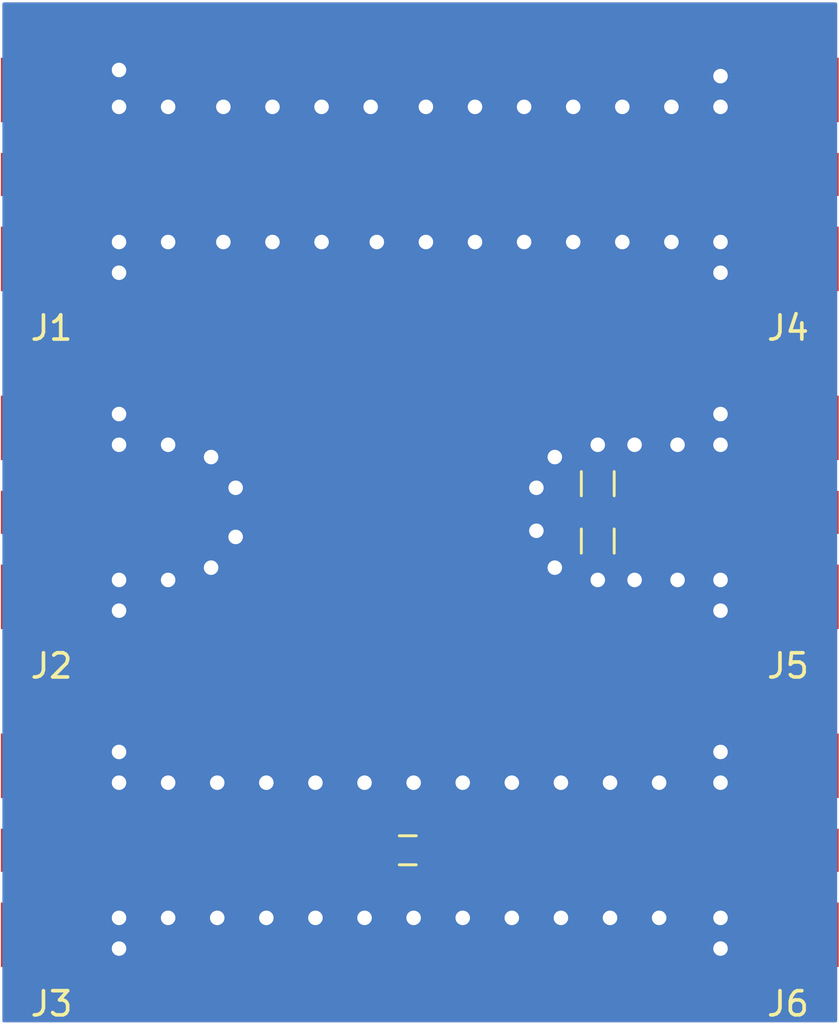
<source format=kicad_pcb>
(kicad_pcb (version 4) (host pcbnew 4.0.7)

  (general
    (links 102)
    (no_connects 0)
    (area 157.725 79.147999 192.845 121.979)
    (thickness 1.6)
    (drawings 5)
    (tracks 7)
    (zones 0)
    (modules 93)
    (nets 6)
  )

  (page A4)
  (layers
    (0 F.Cu signal)
    (31 B.Cu signal)
    (32 B.Adhes user)
    (33 F.Adhes user)
    (34 B.Paste user)
    (35 F.Paste user)
    (36 B.SilkS user)
    (37 F.SilkS user)
    (38 B.Mask user)
    (39 F.Mask user)
    (40 Dwgs.User user)
    (41 Cmts.User user)
    (42 Eco1.User user)
    (43 Eco2.User user)
    (44 Edge.Cuts user)
    (45 Margin user)
    (46 B.CrtYd user)
    (47 F.CrtYd user)
    (48 B.Fab user)
    (49 F.Fab user)
  )

  (setup
    (last_trace_width 0.25)
    (user_trace_width 1.4732)
    (trace_clearance 0.2)
    (zone_clearance 0.1)
    (zone_45_only no)
    (trace_min 0.2)
    (segment_width 0.2)
    (edge_width 0.15)
    (via_size 0.6)
    (via_drill 0.4)
    (via_min_size 0.4)
    (via_min_drill 0.3)
    (user_via 1 0.7)
    (uvia_size 0.3)
    (uvia_drill 0.1)
    (uvias_allowed no)
    (uvia_min_size 0.2)
    (uvia_min_drill 0.1)
    (pcb_text_width 0.3)
    (pcb_text_size 1.5 1.5)
    (mod_edge_width 0.15)
    (mod_text_size 1 1)
    (mod_text_width 0.15)
    (pad_size 0.8 0.8)
    (pad_drill 0.6)
    (pad_to_mask_clearance 0.2)
    (aux_axis_origin 0 0)
    (visible_elements FFFFFF7F)
    (pcbplotparams
      (layerselection 0x00030_80000001)
      (usegerberextensions false)
      (excludeedgelayer true)
      (linewidth 0.100000)
      (plotframeref false)
      (viasonmask false)
      (mode 1)
      (useauxorigin false)
      (hpglpennumber 1)
      (hpglpenspeed 20)
      (hpglpendiameter 15)
      (hpglpenoverlay 2)
      (psnegative false)
      (psa4output false)
      (plotreference true)
      (plotvalue true)
      (plotinvisibletext false)
      (padsonsilk false)
      (subtractmaskfromsilk false)
      (outputformat 1)
      (mirror false)
      (drillshape 1)
      (scaleselection 1)
      (outputdirectory ""))
  )

  (net 0 "")
  (net 1 "Net-(C1-Pad2)")
  (net 2 "Net-(C1-Pad1)")
  (net 3 "Net-(J1-Pad1)")
  (net 4 GND)
  (net 5 "Net-(J5-Pad1)")

  (net_class Default "This is the default net class."
    (clearance 0.2)
    (trace_width 0.25)
    (via_dia 0.6)
    (via_drill 0.4)
    (uvia_dia 0.3)
    (uvia_drill 0.1)
    (add_net GND)
    (add_net "Net-(C1-Pad1)")
    (add_net "Net-(C1-Pad2)")
    (add_net "Net-(J1-Pad1)")
    (add_net "Net-(J5-Pad1)")
  )

  (module buradar:VIA0.6mm (layer F.Cu) (tedit 5B6763C5) (tstamp 5B679D40)
    (at 182.626 97.536)
    (fp_text reference REF** (at 0 2.54) (layer F.SilkS) hide
      (effects (font (size 1 1) (thickness 0.15)))
    )
    (fp_text value VIA0.6mm (at 0 -1.905) (layer F.Fab) hide
      (effects (font (size 1 1) (thickness 0.15)))
    )
    (pad "" thru_hole circle (at 0 0) (size 0.8 0.8) (drill 0.6) (layers *.Cu)
      (net 4 GND))
  )

  (module buradar:VIA0.6mm (layer F.Cu) (tedit 5B6763C5) (tstamp 5B679D3C)
    (at 184.15 97.536)
    (fp_text reference REF** (at 0 2.54) (layer F.SilkS) hide
      (effects (font (size 1 1) (thickness 0.15)))
    )
    (fp_text value VIA0.6mm (at 0 -1.905) (layer F.Fab) hide
      (effects (font (size 1 1) (thickness 0.15)))
    )
    (pad "" thru_hole circle (at 0 0) (size 0.8 0.8) (drill 0.6) (layers *.Cu)
      (net 4 GND))
  )

  (module buradar:VIA0.6mm (layer F.Cu) (tedit 5B6763C5) (tstamp 5B679D38)
    (at 185.928 97.536)
    (fp_text reference REF** (at 0 2.54) (layer F.SilkS) hide
      (effects (font (size 1 1) (thickness 0.15)))
    )
    (fp_text value VIA0.6mm (at 0 -1.905) (layer F.Fab) hide
      (effects (font (size 1 1) (thickness 0.15)))
    )
    (pad "" thru_hole circle (at 0 0) (size 0.8 0.8) (drill 0.6) (layers *.Cu)
      (net 4 GND))
  )

  (module buradar:VIA0.6mm (layer F.Cu) (tedit 5B6763C5) (tstamp 5B679D34)
    (at 187.706 96.266)
    (fp_text reference REF** (at 0 2.54) (layer F.SilkS) hide
      (effects (font (size 1 1) (thickness 0.15)))
    )
    (fp_text value VIA0.6mm (at 0 -1.905) (layer F.Fab) hide
      (effects (font (size 1 1) (thickness 0.15)))
    )
    (pad "" thru_hole circle (at 0 0) (size 0.8 0.8) (drill 0.6) (layers *.Cu)
      (net 4 GND))
  )

  (module buradar:VIA0.6mm (layer F.Cu) (tedit 5B6763C5) (tstamp 5B679D30)
    (at 187.706 97.536)
    (fp_text reference REF** (at 0 2.54) (layer F.SilkS) hide
      (effects (font (size 1 1) (thickness 0.15)))
    )
    (fp_text value VIA0.6mm (at 0 -1.905) (layer F.Fab) hide
      (effects (font (size 1 1) (thickness 0.15)))
    )
    (pad "" thru_hole circle (at 0 0) (size 0.8 0.8) (drill 0.6) (layers *.Cu)
      (net 4 GND))
  )

  (module buradar:VIA0.6mm (layer F.Cu) (tedit 5B6763C5) (tstamp 5B679D2C)
    (at 180.848 98.044)
    (fp_text reference REF** (at 0 2.54) (layer F.SilkS) hide
      (effects (font (size 1 1) (thickness 0.15)))
    )
    (fp_text value VIA0.6mm (at 0 -1.905) (layer F.Fab) hide
      (effects (font (size 1 1) (thickness 0.15)))
    )
    (pad "" thru_hole circle (at 0 0) (size 0.8 0.8) (drill 0.6) (layers *.Cu)
      (net 4 GND))
  )

  (module buradar:VIA0.6mm (layer F.Cu) (tedit 5B6763C5) (tstamp 5B679D28)
    (at 180.086 99.314)
    (fp_text reference REF** (at 0 2.54) (layer F.SilkS) hide
      (effects (font (size 1 1) (thickness 0.15)))
    )
    (fp_text value VIA0.6mm (at 0 -1.905) (layer F.Fab) hide
      (effects (font (size 1 1) (thickness 0.15)))
    )
    (pad "" thru_hole circle (at 0 0) (size 0.8 0.8) (drill 0.6) (layers *.Cu)
      (net 4 GND))
  )

  (module buradar:VIA0.6mm (layer F.Cu) (tedit 5B6763C5) (tstamp 5B679D24)
    (at 180.086 101.092)
    (fp_text reference REF** (at 0 2.54) (layer F.SilkS) hide
      (effects (font (size 1 1) (thickness 0.15)))
    )
    (fp_text value VIA0.6mm (at 0 -1.905) (layer F.Fab) hide
      (effects (font (size 1 1) (thickness 0.15)))
    )
    (pad "" thru_hole circle (at 0 0) (size 0.8 0.8) (drill 0.6) (layers *.Cu)
      (net 4 GND))
  )

  (module buradar:VIA0.6mm (layer F.Cu) (tedit 5B6763C5) (tstamp 5B679D20)
    (at 180.848 102.616)
    (fp_text reference REF** (at 0 2.54) (layer F.SilkS) hide
      (effects (font (size 1 1) (thickness 0.15)))
    )
    (fp_text value VIA0.6mm (at 0 -1.905) (layer F.Fab) hide
      (effects (font (size 1 1) (thickness 0.15)))
    )
    (pad "" thru_hole circle (at 0 0) (size 0.8 0.8) (drill 0.6) (layers *.Cu)
      (net 4 GND))
  )

  (module buradar:VIA0.6mm (layer F.Cu) (tedit 5B6763C5) (tstamp 5B679D1C)
    (at 182.626 103.124)
    (fp_text reference REF** (at 0 2.54) (layer F.SilkS) hide
      (effects (font (size 1 1) (thickness 0.15)))
    )
    (fp_text value VIA0.6mm (at 0 -1.905) (layer F.Fab) hide
      (effects (font (size 1 1) (thickness 0.15)))
    )
    (pad "" thru_hole circle (at 0 0) (size 0.8 0.8) (drill 0.6) (layers *.Cu)
      (net 4 GND))
  )

  (module buradar:VIA0.6mm (layer F.Cu) (tedit 5B6763C5) (tstamp 5B679D18)
    (at 184.15 103.124)
    (fp_text reference REF** (at 0 2.54) (layer F.SilkS) hide
      (effects (font (size 1 1) (thickness 0.15)))
    )
    (fp_text value VIA0.6mm (at 0 -1.905) (layer F.Fab) hide
      (effects (font (size 1 1) (thickness 0.15)))
    )
    (pad "" thru_hole circle (at 0 0) (size 0.8 0.8) (drill 0.6) (layers *.Cu)
      (net 4 GND))
  )

  (module buradar:VIA0.6mm (layer F.Cu) (tedit 5B6763C5) (tstamp 5B679D14)
    (at 185.928 103.124)
    (fp_text reference REF** (at 0 2.54) (layer F.SilkS) hide
      (effects (font (size 1 1) (thickness 0.15)))
    )
    (fp_text value VIA0.6mm (at 0 -1.905) (layer F.Fab) hide
      (effects (font (size 1 1) (thickness 0.15)))
    )
    (pad "" thru_hole circle (at 0 0) (size 0.8 0.8) (drill 0.6) (layers *.Cu)
      (net 4 GND))
  )

  (module buradar:VIA0.6mm (layer F.Cu) (tedit 5B6763C5) (tstamp 5B679D10)
    (at 187.706 104.394)
    (fp_text reference REF** (at 0 2.54) (layer F.SilkS) hide
      (effects (font (size 1 1) (thickness 0.15)))
    )
    (fp_text value VIA0.6mm (at 0 -1.905) (layer F.Fab) hide
      (effects (font (size 1 1) (thickness 0.15)))
    )
    (pad "" thru_hole circle (at 0 0) (size 0.8 0.8) (drill 0.6) (layers *.Cu)
      (net 4 GND))
  )

  (module buradar:VIA0.6mm (layer F.Cu) (tedit 5B6763C5) (tstamp 5B679D0C)
    (at 187.706 103.124)
    (fp_text reference REF** (at 0 2.54) (layer F.SilkS) hide
      (effects (font (size 1 1) (thickness 0.15)))
    )
    (fp_text value VIA0.6mm (at 0 -1.905) (layer F.Fab) hide
      (effects (font (size 1 1) (thickness 0.15)))
    )
    (pad "" thru_hole circle (at 0 0) (size 0.8 0.8) (drill 0.6) (layers *.Cu)
      (net 4 GND))
  )

  (module buradar:VIA0.6mm (layer F.Cu) (tedit 5B6763C5) (tstamp 5B679CFE)
    (at 162.814 118.364)
    (fp_text reference REF** (at 0 2.54) (layer F.SilkS) hide
      (effects (font (size 1 1) (thickness 0.15)))
    )
    (fp_text value VIA0.6mm (at 0 -1.905) (layer F.Fab) hide
      (effects (font (size 1 1) (thickness 0.15)))
    )
    (pad "" thru_hole circle (at 0 0) (size 0.8 0.8) (drill 0.6) (layers *.Cu)
      (net 4 GND))
  )

  (module buradar:VIA0.6mm (layer F.Cu) (tedit 5B6763C5) (tstamp 5B679CFA)
    (at 162.814 117.094)
    (fp_text reference REF** (at 0 2.54) (layer F.SilkS) hide
      (effects (font (size 1 1) (thickness 0.15)))
    )
    (fp_text value VIA0.6mm (at 0 -1.905) (layer F.Fab) hide
      (effects (font (size 1 1) (thickness 0.15)))
    )
    (pad "" thru_hole circle (at 0 0) (size 0.8 0.8) (drill 0.6) (layers *.Cu)
      (net 4 GND))
  )

  (module buradar:VIA0.6mm (layer F.Cu) (tedit 5B6763C5) (tstamp 5B679CF6)
    (at 164.846 117.094)
    (fp_text reference REF** (at 0 2.54) (layer F.SilkS) hide
      (effects (font (size 1 1) (thickness 0.15)))
    )
    (fp_text value VIA0.6mm (at 0 -1.905) (layer F.Fab) hide
      (effects (font (size 1 1) (thickness 0.15)))
    )
    (pad "" thru_hole circle (at 0 0) (size 0.8 0.8) (drill 0.6) (layers *.Cu)
      (net 4 GND))
  )

  (module buradar:VIA0.6mm (layer F.Cu) (tedit 5B6763C5) (tstamp 5B679CF2)
    (at 166.878 117.094)
    (fp_text reference REF** (at 0 2.54) (layer F.SilkS) hide
      (effects (font (size 1 1) (thickness 0.15)))
    )
    (fp_text value VIA0.6mm (at 0 -1.905) (layer F.Fab) hide
      (effects (font (size 1 1) (thickness 0.15)))
    )
    (pad "" thru_hole circle (at 0 0) (size 0.8 0.8) (drill 0.6) (layers *.Cu)
      (net 4 GND))
  )

  (module buradar:VIA0.6mm (layer F.Cu) (tedit 5B6763C5) (tstamp 5B679CEE)
    (at 168.91 117.094)
    (fp_text reference REF** (at 0 2.54) (layer F.SilkS) hide
      (effects (font (size 1 1) (thickness 0.15)))
    )
    (fp_text value VIA0.6mm (at 0 -1.905) (layer F.Fab) hide
      (effects (font (size 1 1) (thickness 0.15)))
    )
    (pad "" thru_hole circle (at 0 0) (size 0.8 0.8) (drill 0.6) (layers *.Cu)
      (net 4 GND))
  )

  (module buradar:VIA0.6mm (layer F.Cu) (tedit 5B6763C5) (tstamp 5B679CEA)
    (at 170.942 117.094)
    (fp_text reference REF** (at 0 2.54) (layer F.SilkS) hide
      (effects (font (size 1 1) (thickness 0.15)))
    )
    (fp_text value VIA0.6mm (at 0 -1.905) (layer F.Fab) hide
      (effects (font (size 1 1) (thickness 0.15)))
    )
    (pad "" thru_hole circle (at 0 0) (size 0.8 0.8) (drill 0.6) (layers *.Cu)
      (net 4 GND))
  )

  (module buradar:VIA0.6mm (layer F.Cu) (tedit 5B6763C5) (tstamp 5B679CE6)
    (at 172.974 117.094)
    (fp_text reference REF** (at 0 2.54) (layer F.SilkS) hide
      (effects (font (size 1 1) (thickness 0.15)))
    )
    (fp_text value VIA0.6mm (at 0 -1.905) (layer F.Fab) hide
      (effects (font (size 1 1) (thickness 0.15)))
    )
    (pad "" thru_hole circle (at 0 0) (size 0.8 0.8) (drill 0.6) (layers *.Cu)
      (net 4 GND))
  )

  (module buradar:VIA0.6mm (layer F.Cu) (tedit 5B6763C5) (tstamp 5B679CE2)
    (at 175.006 117.094)
    (fp_text reference REF** (at 0 2.54) (layer F.SilkS) hide
      (effects (font (size 1 1) (thickness 0.15)))
    )
    (fp_text value VIA0.6mm (at 0 -1.905) (layer F.Fab) hide
      (effects (font (size 1 1) (thickness 0.15)))
    )
    (pad "" thru_hole circle (at 0 0) (size 0.8 0.8) (drill 0.6) (layers *.Cu)
      (net 4 GND))
  )

  (module buradar:VIA0.6mm (layer F.Cu) (tedit 5B6763C5) (tstamp 5B679CDE)
    (at 177.038 117.094)
    (fp_text reference REF** (at 0 2.54) (layer F.SilkS) hide
      (effects (font (size 1 1) (thickness 0.15)))
    )
    (fp_text value VIA0.6mm (at 0 -1.905) (layer F.Fab) hide
      (effects (font (size 1 1) (thickness 0.15)))
    )
    (pad "" thru_hole circle (at 0 0) (size 0.8 0.8) (drill 0.6) (layers *.Cu)
      (net 4 GND))
  )

  (module buradar:VIA0.6mm (layer F.Cu) (tedit 5B6763C5) (tstamp 5B679CDA)
    (at 179.07 117.094)
    (fp_text reference REF** (at 0 2.54) (layer F.SilkS) hide
      (effects (font (size 1 1) (thickness 0.15)))
    )
    (fp_text value VIA0.6mm (at 0 -1.905) (layer F.Fab) hide
      (effects (font (size 1 1) (thickness 0.15)))
    )
    (pad "" thru_hole circle (at 0 0) (size 0.8 0.8) (drill 0.6) (layers *.Cu)
      (net 4 GND))
  )

  (module buradar:VIA0.6mm (layer F.Cu) (tedit 5B6763C5) (tstamp 5B679CD6)
    (at 181.102 117.094)
    (fp_text reference REF** (at 0 2.54) (layer F.SilkS) hide
      (effects (font (size 1 1) (thickness 0.15)))
    )
    (fp_text value VIA0.6mm (at 0 -1.905) (layer F.Fab) hide
      (effects (font (size 1 1) (thickness 0.15)))
    )
    (pad "" thru_hole circle (at 0 0) (size 0.8 0.8) (drill 0.6) (layers *.Cu)
      (net 4 GND))
  )

  (module buradar:VIA0.6mm (layer F.Cu) (tedit 5B6763C5) (tstamp 5B679CD2)
    (at 183.134 117.094)
    (fp_text reference REF** (at 0 2.54) (layer F.SilkS) hide
      (effects (font (size 1 1) (thickness 0.15)))
    )
    (fp_text value VIA0.6mm (at 0 -1.905) (layer F.Fab) hide
      (effects (font (size 1 1) (thickness 0.15)))
    )
    (pad "" thru_hole circle (at 0 0) (size 0.8 0.8) (drill 0.6) (layers *.Cu)
      (net 4 GND))
  )

  (module buradar:VIA0.6mm (layer F.Cu) (tedit 5B6763C5) (tstamp 5B679CCE)
    (at 185.166 117.094)
    (fp_text reference REF** (at 0 2.54) (layer F.SilkS) hide
      (effects (font (size 1 1) (thickness 0.15)))
    )
    (fp_text value VIA0.6mm (at 0 -1.905) (layer F.Fab) hide
      (effects (font (size 1 1) (thickness 0.15)))
    )
    (pad "" thru_hole circle (at 0 0) (size 0.8 0.8) (drill 0.6) (layers *.Cu)
      (net 4 GND))
  )

  (module buradar:VIA0.6mm (layer F.Cu) (tedit 5B6763C5) (tstamp 5B679CCA)
    (at 187.706 118.364)
    (fp_text reference REF** (at 0 2.54) (layer F.SilkS) hide
      (effects (font (size 1 1) (thickness 0.15)))
    )
    (fp_text value VIA0.6mm (at 0 -1.905) (layer F.Fab) hide
      (effects (font (size 1 1) (thickness 0.15)))
    )
    (pad "" thru_hole circle (at 0 0) (size 0.8 0.8) (drill 0.6) (layers *.Cu)
      (net 4 GND))
  )

  (module buradar:VIA0.6mm (layer F.Cu) (tedit 5B6763C5) (tstamp 5B679CC6)
    (at 187.706 117.094)
    (fp_text reference REF** (at 0 2.54) (layer F.SilkS) hide
      (effects (font (size 1 1) (thickness 0.15)))
    )
    (fp_text value VIA0.6mm (at 0 -1.905) (layer F.Fab) hide
      (effects (font (size 1 1) (thickness 0.15)))
    )
    (pad "" thru_hole circle (at 0 0) (size 0.8 0.8) (drill 0.6) (layers *.Cu)
      (net 4 GND))
  )

  (module buradar:VIA0.6mm (layer F.Cu) (tedit 5B6763C5) (tstamp 5B679CC2)
    (at 187.706 110.236)
    (fp_text reference REF** (at 0 2.54) (layer F.SilkS) hide
      (effects (font (size 1 1) (thickness 0.15)))
    )
    (fp_text value VIA0.6mm (at 0 -1.905) (layer F.Fab) hide
      (effects (font (size 1 1) (thickness 0.15)))
    )
    (pad "" thru_hole circle (at 0 0) (size 0.8 0.8) (drill 0.6) (layers *.Cu)
      (net 4 GND))
  )

  (module buradar:VIA0.6mm (layer F.Cu) (tedit 5B6763C5) (tstamp 5B679CBE)
    (at 187.706 111.506)
    (fp_text reference REF** (at 0 2.54) (layer F.SilkS) hide
      (effects (font (size 1 1) (thickness 0.15)))
    )
    (fp_text value VIA0.6mm (at 0 -1.905) (layer F.Fab) hide
      (effects (font (size 1 1) (thickness 0.15)))
    )
    (pad "" thru_hole circle (at 0 0) (size 0.8 0.8) (drill 0.6) (layers *.Cu)
      (net 4 GND))
  )

  (module buradar:VIA0.6mm (layer F.Cu) (tedit 5B6763C5) (tstamp 5B679CBA)
    (at 185.166 111.506)
    (fp_text reference REF** (at 0 2.54) (layer F.SilkS) hide
      (effects (font (size 1 1) (thickness 0.15)))
    )
    (fp_text value VIA0.6mm (at 0 -1.905) (layer F.Fab) hide
      (effects (font (size 1 1) (thickness 0.15)))
    )
    (pad "" thru_hole circle (at 0 0) (size 0.8 0.8) (drill 0.6) (layers *.Cu)
      (net 4 GND))
  )

  (module buradar:VIA0.6mm (layer F.Cu) (tedit 5B6763C5) (tstamp 5B679CB6)
    (at 183.134 111.506)
    (fp_text reference REF** (at 0 2.54) (layer F.SilkS) hide
      (effects (font (size 1 1) (thickness 0.15)))
    )
    (fp_text value VIA0.6mm (at 0 -1.905) (layer F.Fab) hide
      (effects (font (size 1 1) (thickness 0.15)))
    )
    (pad "" thru_hole circle (at 0 0) (size 0.8 0.8) (drill 0.6) (layers *.Cu)
      (net 4 GND))
  )

  (module buradar:VIA0.6mm (layer F.Cu) (tedit 5B6763C5) (tstamp 5B679CB2)
    (at 181.102 111.506)
    (fp_text reference REF** (at 0 2.54) (layer F.SilkS) hide
      (effects (font (size 1 1) (thickness 0.15)))
    )
    (fp_text value VIA0.6mm (at 0 -1.905) (layer F.Fab) hide
      (effects (font (size 1 1) (thickness 0.15)))
    )
    (pad "" thru_hole circle (at 0 0) (size 0.8 0.8) (drill 0.6) (layers *.Cu)
      (net 4 GND))
  )

  (module buradar:VIA0.6mm (layer F.Cu) (tedit 5B6763C5) (tstamp 5B679CAE)
    (at 179.07 111.506)
    (fp_text reference REF** (at 0 2.54) (layer F.SilkS) hide
      (effects (font (size 1 1) (thickness 0.15)))
    )
    (fp_text value VIA0.6mm (at 0 -1.905) (layer F.Fab) hide
      (effects (font (size 1 1) (thickness 0.15)))
    )
    (pad "" thru_hole circle (at 0 0) (size 0.8 0.8) (drill 0.6) (layers *.Cu)
      (net 4 GND))
  )

  (module buradar:VIA0.6mm (layer F.Cu) (tedit 5B6763C5) (tstamp 5B679CAA)
    (at 177.038 111.506)
    (fp_text reference REF** (at 0 2.54) (layer F.SilkS) hide
      (effects (font (size 1 1) (thickness 0.15)))
    )
    (fp_text value VIA0.6mm (at 0 -1.905) (layer F.Fab) hide
      (effects (font (size 1 1) (thickness 0.15)))
    )
    (pad "" thru_hole circle (at 0 0) (size 0.8 0.8) (drill 0.6) (layers *.Cu)
      (net 4 GND))
  )

  (module buradar:VIA0.6mm (layer F.Cu) (tedit 5B6763C5) (tstamp 5B679CA6)
    (at 175.006 111.506)
    (fp_text reference REF** (at 0 2.54) (layer F.SilkS) hide
      (effects (font (size 1 1) (thickness 0.15)))
    )
    (fp_text value VIA0.6mm (at 0 -1.905) (layer F.Fab) hide
      (effects (font (size 1 1) (thickness 0.15)))
    )
    (pad "" thru_hole circle (at 0 0) (size 0.8 0.8) (drill 0.6) (layers *.Cu)
      (net 4 GND))
  )

  (module buradar:VIA0.6mm (layer F.Cu) (tedit 5B6763C5) (tstamp 5B679CA2)
    (at 172.974 111.506)
    (fp_text reference REF** (at 0 2.54) (layer F.SilkS) hide
      (effects (font (size 1 1) (thickness 0.15)))
    )
    (fp_text value VIA0.6mm (at 0 -1.905) (layer F.Fab) hide
      (effects (font (size 1 1) (thickness 0.15)))
    )
    (pad "" thru_hole circle (at 0 0) (size 0.8 0.8) (drill 0.6) (layers *.Cu)
      (net 4 GND))
  )

  (module buradar:VIA0.6mm (layer F.Cu) (tedit 5B6763C5) (tstamp 5B679C9E)
    (at 170.942 111.506)
    (fp_text reference REF** (at 0 2.54) (layer F.SilkS) hide
      (effects (font (size 1 1) (thickness 0.15)))
    )
    (fp_text value VIA0.6mm (at 0 -1.905) (layer F.Fab) hide
      (effects (font (size 1 1) (thickness 0.15)))
    )
    (pad "" thru_hole circle (at 0 0) (size 0.8 0.8) (drill 0.6) (layers *.Cu)
      (net 4 GND))
  )

  (module buradar:VIA0.6mm (layer F.Cu) (tedit 5B6763C5) (tstamp 5B679C9A)
    (at 168.91 111.506)
    (fp_text reference REF** (at 0 2.54) (layer F.SilkS) hide
      (effects (font (size 1 1) (thickness 0.15)))
    )
    (fp_text value VIA0.6mm (at 0 -1.905) (layer F.Fab) hide
      (effects (font (size 1 1) (thickness 0.15)))
    )
    (pad "" thru_hole circle (at 0 0) (size 0.8 0.8) (drill 0.6) (layers *.Cu)
      (net 4 GND))
  )

  (module buradar:VIA0.6mm (layer F.Cu) (tedit 5B6763C5) (tstamp 5B679C96)
    (at 166.878 111.506)
    (fp_text reference REF** (at 0 2.54) (layer F.SilkS) hide
      (effects (font (size 1 1) (thickness 0.15)))
    )
    (fp_text value VIA0.6mm (at 0 -1.905) (layer F.Fab) hide
      (effects (font (size 1 1) (thickness 0.15)))
    )
    (pad "" thru_hole circle (at 0 0) (size 0.8 0.8) (drill 0.6) (layers *.Cu)
      (net 4 GND))
  )

  (module buradar:VIA0.6mm (layer F.Cu) (tedit 5B6763C5) (tstamp 5B679C92)
    (at 164.846 111.506)
    (fp_text reference REF** (at 0 2.54) (layer F.SilkS) hide
      (effects (font (size 1 1) (thickness 0.15)))
    )
    (fp_text value VIA0.6mm (at 0 -1.905) (layer F.Fab) hide
      (effects (font (size 1 1) (thickness 0.15)))
    )
    (pad "" thru_hole circle (at 0 0) (size 0.8 0.8) (drill 0.6) (layers *.Cu)
      (net 4 GND))
  )

  (module buradar:VIA0.6mm (layer F.Cu) (tedit 5B6763C5) (tstamp 5B679C8E)
    (at 162.814 110.236)
    (fp_text reference REF** (at 0 2.54) (layer F.SilkS) hide
      (effects (font (size 1 1) (thickness 0.15)))
    )
    (fp_text value VIA0.6mm (at 0 -1.905) (layer F.Fab) hide
      (effects (font (size 1 1) (thickness 0.15)))
    )
    (pad "" thru_hole circle (at 0 0) (size 0.8 0.8) (drill 0.6) (layers *.Cu)
      (net 4 GND))
  )

  (module buradar:VIA0.6mm (layer F.Cu) (tedit 5B6763C5) (tstamp 5B679C8A)
    (at 162.814 111.506)
    (fp_text reference REF** (at 0 2.54) (layer F.SilkS) hide
      (effects (font (size 1 1) (thickness 0.15)))
    )
    (fp_text value VIA0.6mm (at 0 -1.905) (layer F.Fab) hide
      (effects (font (size 1 1) (thickness 0.15)))
    )
    (pad "" thru_hole circle (at 0 0) (size 0.8 0.8) (drill 0.6) (layers *.Cu)
      (net 4 GND))
  )

  (module buradar:VIA0.6mm (layer F.Cu) (tedit 5B6763C5) (tstamp 5B679C86)
    (at 162.814 104.394)
    (fp_text reference REF** (at 0 2.54) (layer F.SilkS) hide
      (effects (font (size 1 1) (thickness 0.15)))
    )
    (fp_text value VIA0.6mm (at 0 -1.905) (layer F.Fab) hide
      (effects (font (size 1 1) (thickness 0.15)))
    )
    (pad "" thru_hole circle (at 0 0) (size 0.8 0.8) (drill 0.6) (layers *.Cu)
      (net 4 GND))
  )

  (module buradar:VIA0.6mm (layer F.Cu) (tedit 5B6763C5) (tstamp 5B679C82)
    (at 164.846 103.124)
    (fp_text reference REF** (at 0 2.54) (layer F.SilkS) hide
      (effects (font (size 1 1) (thickness 0.15)))
    )
    (fp_text value VIA0.6mm (at 0 -1.905) (layer F.Fab) hide
      (effects (font (size 1 1) (thickness 0.15)))
    )
    (pad "" thru_hole circle (at 0 0) (size 0.8 0.8) (drill 0.6) (layers *.Cu)
      (net 4 GND))
  )

  (module buradar:VIA0.6mm (layer F.Cu) (tedit 5B6763C5) (tstamp 5B679C7E)
    (at 162.814 103.124)
    (fp_text reference REF** (at 0 2.54) (layer F.SilkS) hide
      (effects (font (size 1 1) (thickness 0.15)))
    )
    (fp_text value VIA0.6mm (at 0 -1.905) (layer F.Fab) hide
      (effects (font (size 1 1) (thickness 0.15)))
    )
    (pad "" thru_hole circle (at 0 0) (size 0.8 0.8) (drill 0.6) (layers *.Cu)
      (net 4 GND))
  )

  (module buradar:VIA0.6mm (layer F.Cu) (tedit 5B6763C5) (tstamp 5B679C7A)
    (at 166.624 102.616)
    (fp_text reference REF** (at 0 2.54) (layer F.SilkS) hide
      (effects (font (size 1 1) (thickness 0.15)))
    )
    (fp_text value VIA0.6mm (at 0 -1.905) (layer F.Fab) hide
      (effects (font (size 1 1) (thickness 0.15)))
    )
    (pad "" thru_hole circle (at 0 0) (size 0.8 0.8) (drill 0.6) (layers *.Cu)
      (net 4 GND))
  )

  (module buradar:VIA0.6mm (layer F.Cu) (tedit 5B6763C5) (tstamp 5B679C76)
    (at 167.64 101.346)
    (fp_text reference REF** (at 0 2.54) (layer F.SilkS) hide
      (effects (font (size 1 1) (thickness 0.15)))
    )
    (fp_text value VIA0.6mm (at 0 -1.905) (layer F.Fab) hide
      (effects (font (size 1 1) (thickness 0.15)))
    )
    (pad "" thru_hole circle (at 0 0) (size 0.8 0.8) (drill 0.6) (layers *.Cu)
      (net 4 GND))
  )

  (module buradar:VIA0.6mm (layer F.Cu) (tedit 5B6763C5) (tstamp 5B679C72)
    (at 167.64 99.314)
    (fp_text reference REF** (at 0 2.54) (layer F.SilkS) hide
      (effects (font (size 1 1) (thickness 0.15)))
    )
    (fp_text value VIA0.6mm (at 0 -1.905) (layer F.Fab) hide
      (effects (font (size 1 1) (thickness 0.15)))
    )
    (pad "" thru_hole circle (at 0 0) (size 0.8 0.8) (drill 0.6) (layers *.Cu)
      (net 4 GND))
  )

  (module buradar:VIA0.6mm (layer F.Cu) (tedit 5B6763C5) (tstamp 5B679C6E)
    (at 166.624 98.044)
    (fp_text reference REF** (at 0 2.54) (layer F.SilkS) hide
      (effects (font (size 1 1) (thickness 0.15)))
    )
    (fp_text value VIA0.6mm (at 0 -1.905) (layer F.Fab) hide
      (effects (font (size 1 1) (thickness 0.15)))
    )
    (pad "" thru_hole circle (at 0 0) (size 0.8 0.8) (drill 0.6) (layers *.Cu)
      (net 4 GND))
  )

  (module buradar:VIA0.6mm (layer F.Cu) (tedit 5B6763C5) (tstamp 5B679C6A)
    (at 164.846 97.536)
    (fp_text reference REF** (at 0 2.54) (layer F.SilkS) hide
      (effects (font (size 1 1) (thickness 0.15)))
    )
    (fp_text value VIA0.6mm (at 0 -1.905) (layer F.Fab) hide
      (effects (font (size 1 1) (thickness 0.15)))
    )
    (pad "" thru_hole circle (at 0 0) (size 0.8 0.8) (drill 0.6) (layers *.Cu)
      (net 4 GND))
  )

  (module buradar:VIA0.6mm (layer F.Cu) (tedit 5B6763C5) (tstamp 5B679C66)
    (at 162.814 96.266)
    (fp_text reference REF** (at 0 2.54) (layer F.SilkS) hide
      (effects (font (size 1 1) (thickness 0.15)))
    )
    (fp_text value VIA0.6mm (at 0 -1.905) (layer F.Fab) hide
      (effects (font (size 1 1) (thickness 0.15)))
    )
    (pad "" thru_hole circle (at 0 0) (size 0.8 0.8) (drill 0.6) (layers *.Cu)
      (net 4 GND))
  )

  (module buradar:VIA0.6mm (layer F.Cu) (tedit 5B6763C5) (tstamp 5B679C62)
    (at 162.814 97.536)
    (fp_text reference REF** (at 0 2.54) (layer F.SilkS) hide
      (effects (font (size 1 1) (thickness 0.15)))
    )
    (fp_text value VIA0.6mm (at 0 -1.905) (layer F.Fab) hide
      (effects (font (size 1 1) (thickness 0.15)))
    )
    (pad "" thru_hole circle (at 0 0) (size 0.8 0.8) (drill 0.6) (layers *.Cu)
      (net 4 GND))
  )

  (module buradar:VIA0.6mm (layer F.Cu) (tedit 5B6763C5) (tstamp 5B679C1C)
    (at 162.814 90.424)
    (fp_text reference REF** (at 0 2.54) (layer F.SilkS) hide
      (effects (font (size 1 1) (thickness 0.15)))
    )
    (fp_text value VIA0.6mm (at 0 -1.905) (layer F.Fab) hide
      (effects (font (size 1 1) (thickness 0.15)))
    )
    (pad "" thru_hole circle (at 0 0) (size 0.8 0.8) (drill 0.6) (layers *.Cu)
      (net 4 GND))
  )

  (module buradar:VIA0.6mm (layer F.Cu) (tedit 5B6763C5) (tstamp 5B679C18)
    (at 162.814 89.154)
    (fp_text reference REF** (at 0 2.54) (layer F.SilkS) hide
      (effects (font (size 1 1) (thickness 0.15)))
    )
    (fp_text value VIA0.6mm (at 0 -1.905) (layer F.Fab) hide
      (effects (font (size 1 1) (thickness 0.15)))
    )
    (pad "" thru_hole circle (at 0 0) (size 0.8 0.8) (drill 0.6) (layers *.Cu)
      (net 4 GND))
  )

  (module buradar:VIA0.6mm (layer F.Cu) (tedit 5B6763C5) (tstamp 5B679C14)
    (at 164.846 89.154)
    (fp_text reference REF** (at 0 2.54) (layer F.SilkS) hide
      (effects (font (size 1 1) (thickness 0.15)))
    )
    (fp_text value VIA0.6mm (at 0 -1.905) (layer F.Fab) hide
      (effects (font (size 1 1) (thickness 0.15)))
    )
    (pad "" thru_hole circle (at 0 0) (size 0.8 0.8) (drill 0.6) (layers *.Cu)
      (net 4 GND))
  )

  (module buradar:VIA0.6mm (layer F.Cu) (tedit 5B6763C5) (tstamp 5B679C10)
    (at 167.132 89.154)
    (fp_text reference REF** (at 0 2.54) (layer F.SilkS) hide
      (effects (font (size 1 1) (thickness 0.15)))
    )
    (fp_text value VIA0.6mm (at 0 -1.905) (layer F.Fab) hide
      (effects (font (size 1 1) (thickness 0.15)))
    )
    (pad "" thru_hole circle (at 0 0) (size 0.8 0.8) (drill 0.6) (layers *.Cu)
      (net 4 GND))
  )

  (module buradar:VIA0.6mm (layer F.Cu) (tedit 5B6763C5) (tstamp 5B679C0C)
    (at 169.164 89.154)
    (fp_text reference REF** (at 0 2.54) (layer F.SilkS) hide
      (effects (font (size 1 1) (thickness 0.15)))
    )
    (fp_text value VIA0.6mm (at 0 -1.905) (layer F.Fab) hide
      (effects (font (size 1 1) (thickness 0.15)))
    )
    (pad "" thru_hole circle (at 0 0) (size 0.8 0.8) (drill 0.6) (layers *.Cu)
      (net 4 GND))
  )

  (module buradar:VIA0.6mm (layer F.Cu) (tedit 5B6763C5) (tstamp 5B679C08)
    (at 173.482 89.154)
    (fp_text reference REF** (at 0 2.54) (layer F.SilkS) hide
      (effects (font (size 1 1) (thickness 0.15)))
    )
    (fp_text value VIA0.6mm (at 0 -1.905) (layer F.Fab) hide
      (effects (font (size 1 1) (thickness 0.15)))
    )
    (pad "" thru_hole circle (at 0 0) (size 0.8 0.8) (drill 0.6) (layers *.Cu)
      (net 4 GND))
  )

  (module buradar:VIA0.6mm (layer F.Cu) (tedit 5B6763C5) (tstamp 5B679C04)
    (at 175.514 89.154)
    (fp_text reference REF** (at 0 2.54) (layer F.SilkS) hide
      (effects (font (size 1 1) (thickness 0.15)))
    )
    (fp_text value VIA0.6mm (at 0 -1.905) (layer F.Fab) hide
      (effects (font (size 1 1) (thickness 0.15)))
    )
    (pad "" thru_hole circle (at 0 0) (size 0.8 0.8) (drill 0.6) (layers *.Cu)
      (net 4 GND))
  )

  (module buradar:VIA0.6mm (layer F.Cu) (tedit 5B6763C5) (tstamp 5B679C00)
    (at 171.196 89.154)
    (fp_text reference REF** (at 0 2.54) (layer F.SilkS) hide
      (effects (font (size 1 1) (thickness 0.15)))
    )
    (fp_text value VIA0.6mm (at 0 -1.905) (layer F.Fab) hide
      (effects (font (size 1 1) (thickness 0.15)))
    )
    (pad "" thru_hole circle (at 0 0) (size 0.8 0.8) (drill 0.6) (layers *.Cu)
      (net 4 GND))
  )

  (module buradar:VIA0.6mm (layer F.Cu) (tedit 5B6763C5) (tstamp 5B679BFC)
    (at 177.546 89.154)
    (fp_text reference REF** (at 0 2.54) (layer F.SilkS) hide
      (effects (font (size 1 1) (thickness 0.15)))
    )
    (fp_text value VIA0.6mm (at 0 -1.905) (layer F.Fab) hide
      (effects (font (size 1 1) (thickness 0.15)))
    )
    (pad "" thru_hole circle (at 0 0) (size 0.8 0.8) (drill 0.6) (layers *.Cu)
      (net 4 GND))
  )

  (module buradar:VIA0.6mm (layer F.Cu) (tedit 5B6763C5) (tstamp 5B679BF8)
    (at 179.578 89.154)
    (fp_text reference REF** (at 0 2.54) (layer F.SilkS) hide
      (effects (font (size 1 1) (thickness 0.15)))
    )
    (fp_text value VIA0.6mm (at 0 -1.905) (layer F.Fab) hide
      (effects (font (size 1 1) (thickness 0.15)))
    )
    (pad "" thru_hole circle (at 0 0) (size 0.8 0.8) (drill 0.6) (layers *.Cu)
      (net 4 GND))
  )

  (module buradar:VIA0.6mm (layer F.Cu) (tedit 5B6763C5) (tstamp 5B679BF4)
    (at 181.61 89.154)
    (fp_text reference REF** (at 0 2.54) (layer F.SilkS) hide
      (effects (font (size 1 1) (thickness 0.15)))
    )
    (fp_text value VIA0.6mm (at 0 -1.905) (layer F.Fab) hide
      (effects (font (size 1 1) (thickness 0.15)))
    )
    (pad "" thru_hole circle (at 0 0) (size 0.8 0.8) (drill 0.6) (layers *.Cu)
      (net 4 GND))
  )

  (module buradar:VIA0.6mm (layer F.Cu) (tedit 5B6763C5) (tstamp 5B679BF0)
    (at 183.642 89.154)
    (fp_text reference REF** (at 0 2.54) (layer F.SilkS) hide
      (effects (font (size 1 1) (thickness 0.15)))
    )
    (fp_text value VIA0.6mm (at 0 -1.905) (layer F.Fab) hide
      (effects (font (size 1 1) (thickness 0.15)))
    )
    (pad "" thru_hole circle (at 0 0) (size 0.8 0.8) (drill 0.6) (layers *.Cu)
      (net 4 GND))
  )

  (module buradar:VIA0.6mm (layer F.Cu) (tedit 5B6763C5) (tstamp 5B679BEC)
    (at 185.674 89.154)
    (fp_text reference REF** (at 0 2.54) (layer F.SilkS) hide
      (effects (font (size 1 1) (thickness 0.15)))
    )
    (fp_text value VIA0.6mm (at 0 -1.905) (layer F.Fab) hide
      (effects (font (size 1 1) (thickness 0.15)))
    )
    (pad "" thru_hole circle (at 0 0) (size 0.8 0.8) (drill 0.6) (layers *.Cu)
      (net 4 GND))
  )

  (module buradar:VIA0.6mm (layer F.Cu) (tedit 5B6763C5) (tstamp 5B679BE8)
    (at 187.706 90.424)
    (fp_text reference REF** (at 0 2.54) (layer F.SilkS) hide
      (effects (font (size 1 1) (thickness 0.15)))
    )
    (fp_text value VIA0.6mm (at 0 -1.905) (layer F.Fab) hide
      (effects (font (size 1 1) (thickness 0.15)))
    )
    (pad "" thru_hole circle (at 0 0) (size 0.8 0.8) (drill 0.6) (layers *.Cu)
      (net 4 GND))
  )

  (module buradar:VIA0.6mm (layer F.Cu) (tedit 5B6763C5) (tstamp 5B679BE4)
    (at 187.706 89.154)
    (fp_text reference REF** (at 0 2.54) (layer F.SilkS) hide
      (effects (font (size 1 1) (thickness 0.15)))
    )
    (fp_text value VIA0.6mm (at 0 -1.905) (layer F.Fab) hide
      (effects (font (size 1 1) (thickness 0.15)))
    )
    (pad "" thru_hole circle (at 0 0) (size 0.8 0.8) (drill 0.6) (layers *.Cu)
      (net 4 GND))
  )

  (module buradar:VIA0.6mm (layer F.Cu) (tedit 5B6763C5) (tstamp 5B679BE0)
    (at 187.706 82.296)
    (fp_text reference REF** (at 0 2.54) (layer F.SilkS) hide
      (effects (font (size 1 1) (thickness 0.15)))
    )
    (fp_text value VIA0.6mm (at 0 -1.905) (layer F.Fab) hide
      (effects (font (size 1 1) (thickness 0.15)))
    )
    (pad "" thru_hole circle (at 0 0) (size 0.8 0.8) (drill 0.6) (layers *.Cu)
      (net 4 GND))
  )

  (module buradar:VIA0.6mm (layer F.Cu) (tedit 5B6763C5) (tstamp 5B679BDC)
    (at 187.706 83.566)
    (fp_text reference REF** (at 0 2.54) (layer F.SilkS) hide
      (effects (font (size 1 1) (thickness 0.15)))
    )
    (fp_text value VIA0.6mm (at 0 -1.905) (layer F.Fab) hide
      (effects (font (size 1 1) (thickness 0.15)))
    )
    (pad "" thru_hole circle (at 0 0) (size 0.8 0.8) (drill 0.6) (layers *.Cu)
      (net 4 GND))
  )

  (module buradar:VIA0.6mm (layer F.Cu) (tedit 5B6763C5) (tstamp 5B679BD8)
    (at 185.674 83.566)
    (fp_text reference REF** (at 0 2.54) (layer F.SilkS) hide
      (effects (font (size 1 1) (thickness 0.15)))
    )
    (fp_text value VIA0.6mm (at 0 -1.905) (layer F.Fab) hide
      (effects (font (size 1 1) (thickness 0.15)))
    )
    (pad "" thru_hole circle (at 0 0) (size 0.8 0.8) (drill 0.6) (layers *.Cu)
      (net 4 GND))
  )

  (module buradar:VIA0.6mm (layer F.Cu) (tedit 5B6763C5) (tstamp 5B679BD4)
    (at 183.642 83.566)
    (fp_text reference REF** (at 0 2.54) (layer F.SilkS) hide
      (effects (font (size 1 1) (thickness 0.15)))
    )
    (fp_text value VIA0.6mm (at 0 -1.905) (layer F.Fab) hide
      (effects (font (size 1 1) (thickness 0.15)))
    )
    (pad "" thru_hole circle (at 0 0) (size 0.8 0.8) (drill 0.6) (layers *.Cu)
      (net 4 GND))
  )

  (module buradar:VIA0.6mm (layer F.Cu) (tedit 5B6763C5) (tstamp 5B679BD0)
    (at 181.61 83.566)
    (fp_text reference REF** (at 0 2.54) (layer F.SilkS) hide
      (effects (font (size 1 1) (thickness 0.15)))
    )
    (fp_text value VIA0.6mm (at 0 -1.905) (layer F.Fab) hide
      (effects (font (size 1 1) (thickness 0.15)))
    )
    (pad "" thru_hole circle (at 0 0) (size 0.8 0.8) (drill 0.6) (layers *.Cu)
      (net 4 GND))
  )

  (module buradar:VIA0.6mm (layer F.Cu) (tedit 5B6763C5) (tstamp 5B679BCC)
    (at 179.578 83.566)
    (fp_text reference REF** (at 0 2.54) (layer F.SilkS) hide
      (effects (font (size 1 1) (thickness 0.15)))
    )
    (fp_text value VIA0.6mm (at 0 -1.905) (layer F.Fab) hide
      (effects (font (size 1 1) (thickness 0.15)))
    )
    (pad "" thru_hole circle (at 0 0) (size 0.8 0.8) (drill 0.6) (layers *.Cu)
      (net 4 GND))
  )

  (module buradar:VIA0.6mm (layer F.Cu) (tedit 5B6763C5) (tstamp 5B679BC8)
    (at 177.546 83.566)
    (fp_text reference REF** (at 0 2.54) (layer F.SilkS) hide
      (effects (font (size 1 1) (thickness 0.15)))
    )
    (fp_text value VIA0.6mm (at 0 -1.905) (layer F.Fab) hide
      (effects (font (size 1 1) (thickness 0.15)))
    )
    (pad "" thru_hole circle (at 0 0) (size 0.8 0.8) (drill 0.6) (layers *.Cu)
      (net 4 GND))
  )

  (module buradar:VIA0.6mm (layer F.Cu) (tedit 5B6763C5) (tstamp 5B679BC4)
    (at 175.514 83.566)
    (fp_text reference REF** (at 0 2.54) (layer F.SilkS) hide
      (effects (font (size 1 1) (thickness 0.15)))
    )
    (fp_text value VIA0.6mm (at 0 -1.905) (layer F.Fab) hide
      (effects (font (size 1 1) (thickness 0.15)))
    )
    (pad "" thru_hole circle (at 0 0) (size 0.8 0.8) (drill 0.6) (layers *.Cu)
      (net 4 GND))
  )

  (module buradar:VIA0.6mm (layer F.Cu) (tedit 5B6763C5) (tstamp 5B679BC0)
    (at 173.228 83.566)
    (fp_text reference REF** (at 0 2.54) (layer F.SilkS) hide
      (effects (font (size 1 1) (thickness 0.15)))
    )
    (fp_text value VIA0.6mm (at 0 -1.905) (layer F.Fab) hide
      (effects (font (size 1 1) (thickness 0.15)))
    )
    (pad "" thru_hole circle (at 0 0) (size 0.8 0.8) (drill 0.6) (layers *.Cu)
      (net 4 GND))
  )

  (module buradar:VIA0.6mm (layer F.Cu) (tedit 5B6763C5) (tstamp 5B679BBC)
    (at 171.196 83.566)
    (fp_text reference REF** (at 0 2.54) (layer F.SilkS) hide
      (effects (font (size 1 1) (thickness 0.15)))
    )
    (fp_text value VIA0.6mm (at 0 -1.905) (layer F.Fab) hide
      (effects (font (size 1 1) (thickness 0.15)))
    )
    (pad "" thru_hole circle (at 0 0) (size 0.8 0.8) (drill 0.6) (layers *.Cu)
      (net 4 GND))
  )

  (module buradar:VIA0.6mm (layer F.Cu) (tedit 5B6763C5) (tstamp 5B679BB8)
    (at 169.164 83.566)
    (fp_text reference REF** (at 0 2.54) (layer F.SilkS) hide
      (effects (font (size 1 1) (thickness 0.15)))
    )
    (fp_text value VIA0.6mm (at 0 -1.905) (layer F.Fab) hide
      (effects (font (size 1 1) (thickness 0.15)))
    )
    (pad "" thru_hole circle (at 0 0) (size 0.8 0.8) (drill 0.6) (layers *.Cu)
      (net 4 GND))
  )

  (module buradar:VIA0.6mm (layer F.Cu) (tedit 5B6763C5) (tstamp 5B679BB4)
    (at 167.132 83.566)
    (fp_text reference REF** (at 0 2.54) (layer F.SilkS) hide
      (effects (font (size 1 1) (thickness 0.15)))
    )
    (fp_text value VIA0.6mm (at 0 -1.905) (layer F.Fab) hide
      (effects (font (size 1 1) (thickness 0.15)))
    )
    (pad "" thru_hole circle (at 0 0) (size 0.8 0.8) (drill 0.6) (layers *.Cu)
      (net 4 GND))
  )

  (module buradar:VIA0.6mm (layer F.Cu) (tedit 5B6763C5) (tstamp 5B679BB0)
    (at 164.846 83.566)
    (fp_text reference REF** (at 0 2.54) (layer F.SilkS) hide
      (effects (font (size 1 1) (thickness 0.15)))
    )
    (fp_text value VIA0.6mm (at 0 -1.905) (layer F.Fab) hide
      (effects (font (size 1 1) (thickness 0.15)))
    )
    (pad "" thru_hole circle (at 0 0) (size 0.8 0.8) (drill 0.6) (layers *.Cu)
      (net 4 GND))
  )

  (module buradar:VIA0.6mm (layer F.Cu) (tedit 5B6763C5) (tstamp 5B679BA5)
    (at 162.814 83.566)
    (fp_text reference REF** (at 0 2.54) (layer F.SilkS) hide
      (effects (font (size 1 1) (thickness 0.15)))
    )
    (fp_text value VIA0.6mm (at 0 -1.905) (layer F.Fab) hide
      (effects (font (size 1 1) (thickness 0.15)))
    )
    (pad "" thru_hole circle (at 0 0) (size 0.8 0.8) (drill 0.6) (layers *.Cu)
      (net 4 GND))
  )

  (module Capacitors_SMD:C_0603 (layer F.Cu) (tedit 5B67666D) (tstamp 5B679028)
    (at 174.764 114.3 180)
    (descr "Capacitor SMD 0603, reflow soldering, AVX (see smccp.pdf)")
    (tags "capacitor 0603")
    (path /5B65E48E)
    (attr smd)
    (fp_text reference C1 (at 0 -1.5 180) (layer F.SilkS) hide
      (effects (font (size 1 1) (thickness 0.15)))
    )
    (fp_text value 47p (at 0 1.5 180) (layer F.Fab) hide
      (effects (font (size 1 1) (thickness 0.15)))
    )
    (fp_line (start 1.4 0.65) (end -1.4 0.65) (layer F.CrtYd) (width 0.05))
    (fp_line (start 1.4 0.65) (end 1.4 -0.65) (layer F.CrtYd) (width 0.05))
    (fp_line (start -1.4 -0.65) (end -1.4 0.65) (layer F.CrtYd) (width 0.05))
    (fp_line (start -1.4 -0.65) (end 1.4 -0.65) (layer F.CrtYd) (width 0.05))
    (fp_line (start 0.35 0.6) (end -0.35 0.6) (layer F.SilkS) (width 0.12))
    (fp_line (start -0.35 -0.6) (end 0.35 -0.6) (layer F.SilkS) (width 0.12))
    (fp_line (start -0.8 -0.4) (end 0.8 -0.4) (layer F.Fab) (width 0.1))
    (fp_line (start 0.8 -0.4) (end 0.8 0.4) (layer F.Fab) (width 0.1))
    (fp_line (start 0.8 0.4) (end -0.8 0.4) (layer F.Fab) (width 0.1))
    (fp_line (start -0.8 0.4) (end -0.8 -0.4) (layer F.Fab) (width 0.1))
    (fp_text user %R (at 0 0 180) (layer F.Fab)
      (effects (font (size 0.3 0.3) (thickness 0.075)))
    )
    (pad 2 smd rect (at 0.75 0 180) (size 0.8 0.75) (layers F.Cu F.Paste F.Mask)
      (net 1 "Net-(C1-Pad2)"))
    (pad 1 smd rect (at -0.75 0 180) (size 0.8 0.75) (layers F.Cu F.Paste F.Mask)
      (net 2 "Net-(C1-Pad1)"))
    (model Capacitors_SMD.3dshapes/C_0603.wrl
      (at (xyz 0 0 0))
      (scale (xyz 1 1 1))
      (rotate (xyz 0 0 0))
    )
  )

  (module buradar:SMA_molex_straight (layer F.Cu) (tedit 5B67668C) (tstamp 5B67902F)
    (at 160.02 86.36)
    (path /5B65DF68)
    (fp_text reference J1 (at 0 6.35) (layer F.SilkS)
      (effects (font (size 1 1) (thickness 0.15)))
    )
    (fp_text value Conn_Coaxial (at -1.27 0 90) (layer F.Fab) hide
      (effects (font (size 1 1) (thickness 0.15)))
    )
    (pad 1 smd rect (at 0 0) (size 4.19 1.78) (layers F.Cu F.Paste F.Mask)
      (net 3 "Net-(J1-Pad1)"))
    (pad 2 smd rect (at 0 3.4925) (size 4.19 2.665) (layers F.Cu F.Paste F.Mask)
      (net 4 GND))
    (pad 2 smd rect (at 0 -3.4925) (size 4.19 2.665) (layers F.Cu F.Paste F.Mask)
      (net 4 GND))
    (model "../../../../../../Users/smrak/Google Drive/BU/Projects/radar/BUuC/FMCW/libs/SMA_Board_Edge_Molex_732511150.wrl"
      (at (xyz -0.05 0 0))
      (scale (xyz 0.3 0.3 0.3))
      (rotate (xyz 0 0 90))
    )
  )

  (module buradar:SMA_molex_straight (layer F.Cu) (tedit 5B676687) (tstamp 5B679036)
    (at 160.02 100.33)
    (path /5B65E08C)
    (fp_text reference J2 (at 0 6.35) (layer F.SilkS)
      (effects (font (size 1 1) (thickness 0.15)))
    )
    (fp_text value Conn_Coaxial (at -1.016 0 90) (layer F.Fab) hide
      (effects (font (size 1 1) (thickness 0.15)))
    )
    (pad 1 smd rect (at 0 0) (size 4.19 1.78) (layers F.Cu F.Paste F.Mask))
    (pad 2 smd rect (at 0 3.4925) (size 4.19 2.665) (layers F.Cu F.Paste F.Mask)
      (net 4 GND))
    (pad 2 smd rect (at 0 -3.4925) (size 4.19 2.665) (layers F.Cu F.Paste F.Mask)
      (net 4 GND))
  )

  (module buradar:SMA_molex_straight (layer F.Cu) (tedit 5B676681) (tstamp 5B67903D)
    (at 160.02 114.3)
    (path /5B65E104)
    (fp_text reference J3 (at 0 6.35) (layer F.SilkS)
      (effects (font (size 1 1) (thickness 0.15)))
    )
    (fp_text value Conn_Coaxial (at -1.27 0 90) (layer F.Fab) hide
      (effects (font (size 1 1) (thickness 0.15)))
    )
    (pad 1 smd rect (at 0 0) (size 4.19 1.78) (layers F.Cu F.Paste F.Mask)
      (net 1 "Net-(C1-Pad2)"))
    (pad 2 smd rect (at 0 3.4925) (size 4.19 2.665) (layers F.Cu F.Paste F.Mask)
      (net 4 GND))
    (pad 2 smd rect (at 0 -3.4925) (size 4.19 2.665) (layers F.Cu F.Paste F.Mask)
      (net 4 GND))
  )

  (module buradar:SMA_molex_straight (layer F.Cu) (tedit 5B676695) (tstamp 5B679044)
    (at 190.5 86.36)
    (path /5B65DEC9)
    (fp_text reference J4 (at 0 6.35) (layer F.SilkS)
      (effects (font (size 1 1) (thickness 0.15)))
    )
    (fp_text value Conn_Coaxial (at 1.27 0 90) (layer F.Fab) hide
      (effects (font (size 1 1) (thickness 0.15)))
    )
    (pad 1 smd rect (at 0 0) (size 4.19 1.78) (layers F.Cu F.Paste F.Mask)
      (net 3 "Net-(J1-Pad1)"))
    (pad 2 smd rect (at 0 3.4925) (size 4.19 2.665) (layers F.Cu F.Paste F.Mask)
      (net 4 GND))
    (pad 2 smd rect (at 0 -3.4925) (size 4.19 2.665) (layers F.Cu F.Paste F.Mask)
      (net 4 GND))
  )

  (module buradar:SMA_molex_straight (layer F.Cu) (tedit 5B676662) (tstamp 5B67904B)
    (at 190.5 100.33)
    (path /5B65E0C4)
    (fp_text reference J5 (at 0 6.35) (layer F.SilkS)
      (effects (font (size 1 1) (thickness 0.15)))
    )
    (fp_text value Conn_Coaxial (at 1.27 0 90) (layer F.Fab) hide
      (effects (font (size 1 1) (thickness 0.15)))
    )
    (pad 1 smd rect (at 0 0) (size 4.19 1.78) (layers F.Cu F.Paste F.Mask)
      (net 5 "Net-(J5-Pad1)"))
    (pad 2 smd rect (at 0 3.4925) (size 4.19 2.665) (layers F.Cu F.Paste F.Mask)
      (net 4 GND))
    (pad 2 smd rect (at 0 -3.4925) (size 4.19 2.665) (layers F.Cu F.Paste F.Mask)
      (net 4 GND))
  )

  (module buradar:SMA_molex_straight (layer F.Cu) (tedit 5B676677) (tstamp 5B679052)
    (at 190.5 114.3)
    (path /5B65E133)
    (fp_text reference J6 (at 0 6.35) (layer F.SilkS)
      (effects (font (size 1 1) (thickness 0.15)))
    )
    (fp_text value Conn_Coaxial (at 1.016 0 90) (layer F.Fab) hide
      (effects (font (size 1 1) (thickness 0.15)))
    )
    (pad 1 smd rect (at 0 0) (size 4.19 1.78) (layers F.Cu F.Paste F.Mask)
      (net 2 "Net-(C1-Pad1)"))
    (pad 2 smd rect (at 0 3.4925) (size 4.19 2.665) (layers F.Cu F.Paste F.Mask)
      (net 4 GND))
    (pad 2 smd rect (at 0 -3.4925) (size 4.19 2.665) (layers F.Cu F.Paste F.Mask)
      (net 4 GND))
  )

  (module Resistors_SMD:R_0603_HandSoldering (layer F.Cu) (tedit 5B676658) (tstamp 5B679063)
    (at 182.626 101.516 90)
    (descr "Resistor SMD 0603, hand soldering")
    (tags "resistor 0603")
    (path /5B65E2A3)
    (attr smd)
    (fp_text reference R1 (at 0 -1.45 90) (layer F.SilkS) hide
      (effects (font (size 1 1) (thickness 0.15)))
    )
    (fp_text value 100R (at 0 1.55 90) (layer F.Fab) hide
      (effects (font (size 1 1) (thickness 0.15)))
    )
    (fp_text user %R (at 0 0 90) (layer F.Fab)
      (effects (font (size 0.4 0.4) (thickness 0.075)))
    )
    (fp_line (start -0.8 0.4) (end -0.8 -0.4) (layer F.Fab) (width 0.1))
    (fp_line (start 0.8 0.4) (end -0.8 0.4) (layer F.Fab) (width 0.1))
    (fp_line (start 0.8 -0.4) (end 0.8 0.4) (layer F.Fab) (width 0.1))
    (fp_line (start -0.8 -0.4) (end 0.8 -0.4) (layer F.Fab) (width 0.1))
    (fp_line (start 0.5 0.68) (end -0.5 0.68) (layer F.SilkS) (width 0.12))
    (fp_line (start -0.5 -0.68) (end 0.5 -0.68) (layer F.SilkS) (width 0.12))
    (fp_line (start -1.96 -0.7) (end 1.95 -0.7) (layer F.CrtYd) (width 0.05))
    (fp_line (start -1.96 -0.7) (end -1.96 0.7) (layer F.CrtYd) (width 0.05))
    (fp_line (start 1.95 0.7) (end 1.95 -0.7) (layer F.CrtYd) (width 0.05))
    (fp_line (start 1.95 0.7) (end -1.96 0.7) (layer F.CrtYd) (width 0.05))
    (pad 1 smd rect (at -1.1 0 90) (size 1.2 0.9) (layers F.Cu F.Paste F.Mask)
      (net 4 GND))
    (pad 2 smd rect (at 1.1 0 90) (size 1.2 0.9) (layers F.Cu F.Paste F.Mask)
      (net 5 "Net-(J5-Pad1)"))
    (model ${KISYS3DMOD}/Resistors_SMD.3dshapes/R_0603.wrl
      (at (xyz 0 0 0))
      (scale (xyz 1 1 1))
      (rotate (xyz 0 0 0))
    )
  )

  (module Resistors_SMD:R_0603_HandSoldering (layer F.Cu) (tedit 5B676654) (tstamp 5B679074)
    (at 182.626 99.144 270)
    (descr "Resistor SMD 0603, hand soldering")
    (tags "resistor 0603")
    (path /5B65E161)
    (attr smd)
    (fp_text reference R2 (at 0 -1.45 270) (layer F.SilkS) hide
      (effects (font (size 1 1) (thickness 0.15)))
    )
    (fp_text value 100R (at -4.148 0 270) (layer F.Fab) hide
      (effects (font (size 1 1) (thickness 0.15)))
    )
    (fp_text user %R (at 0 0 270) (layer F.Fab)
      (effects (font (size 0.4 0.4) (thickness 0.075)))
    )
    (fp_line (start -0.8 0.4) (end -0.8 -0.4) (layer F.Fab) (width 0.1))
    (fp_line (start 0.8 0.4) (end -0.8 0.4) (layer F.Fab) (width 0.1))
    (fp_line (start 0.8 -0.4) (end 0.8 0.4) (layer F.Fab) (width 0.1))
    (fp_line (start -0.8 -0.4) (end 0.8 -0.4) (layer F.Fab) (width 0.1))
    (fp_line (start 0.5 0.68) (end -0.5 0.68) (layer F.SilkS) (width 0.12))
    (fp_line (start -0.5 -0.68) (end 0.5 -0.68) (layer F.SilkS) (width 0.12))
    (fp_line (start -1.96 -0.7) (end 1.95 -0.7) (layer F.CrtYd) (width 0.05))
    (fp_line (start -1.96 -0.7) (end -1.96 0.7) (layer F.CrtYd) (width 0.05))
    (fp_line (start 1.95 0.7) (end 1.95 -0.7) (layer F.CrtYd) (width 0.05))
    (fp_line (start 1.95 0.7) (end -1.96 0.7) (layer F.CrtYd) (width 0.05))
    (pad 1 smd rect (at -1.1 0 270) (size 1.2 0.9) (layers F.Cu F.Paste F.Mask)
      (net 4 GND))
    (pad 2 smd rect (at 1.1 0 270) (size 1.2 0.9) (layers F.Cu F.Paste F.Mask)
      (net 5 "Net-(J5-Pad1)"))
    (model ${KISYS3DMOD}/Resistors_SMD.3dshapes/R_0603.wrl
      (at (xyz 0 0 0))
      (scale (xyz 1 1 1))
      (rotate (xyz 0 0 0))
    )
  )

  (module buradar:VIA0.6mm (layer F.Cu) (tedit 5B6763C5) (tstamp 5B679B6E)
    (at 162.814 82.042)
    (fp_text reference REF** (at 0 2.54) (layer F.SilkS) hide
      (effects (font (size 1 1) (thickness 0.15)))
    )
    (fp_text value VIA0.6mm (at 0 -1.905) (layer F.Fab) hide
      (effects (font (size 1 1) (thickness 0.15)))
    )
    (pad "" thru_hole circle (at 0 0) (size 0.8 0.8) (drill 0.6) (layers *.Cu)
      (net 4 GND))
  )

  (gr_line (start 157.988 79.248) (end 157.988 79.756) (layer F.Fab) (width 0.2))
  (gr_line (start 192.532 79.248) (end 157.988 79.248) (layer F.Fab) (width 0.2))
  (gr_line (start 192.532 121.412) (end 192.532 79.248) (layer F.Fab) (width 0.2))
  (gr_line (start 157.988 121.412) (end 192.532 121.412) (layer F.Fab) (width 0.2))
  (gr_line (start 157.988 79.756) (end 157.988 121.412) (layer F.Fab) (width 0.2))

  (segment (start 163.5882 100.33) (end 165.1 100.33) (width 1.4732) (layer F.Cu) (net 0))
  (segment (start 160.02 100.33) (end 163.5882 100.33) (width 1.4732) (layer F.Cu) (net 0))
  (segment (start 163.5882 114.3) (end 173.693399 114.3) (width 1.4732) (layer F.Cu) (net 1))
  (segment (start 160.02 114.3) (end 163.5882 114.3) (width 1.4732) (layer F.Cu) (net 1))
  (segment (start 189.8142 114.3) (end 175.8442 114.3) (width 1.4732) (layer F.Cu) (net 2))
  (segment (start 160.02 86.36) (end 190.5 86.36) (width 1.4732) (layer F.Cu) (net 3))
  (segment (start 190.5 100.33) (end 182.88 100.33) (width 1.4732) (layer F.Cu) (net 5))

  (zone (net 4) (net_name GND) (layer F.Cu) (tstamp 0) (hatch edge 0.508)
    (connect_pads yes (clearance 1.27))
    (min_thickness 0.254)
    (fill yes (arc_segments 16) (thermal_gap 0.508) (thermal_bridge_width 0.508))
    (polygon
      (pts
        (xy 157.988 79.248) (xy 157.988 121.412) (xy 192.532 121.412) (xy 192.532 79.248)
      )
    )
    (filled_polygon
      (pts
        (xy 175.027707 116.271189) (xy 175.8442 116.4336) (xy 187.750518 116.4336) (xy 187.850841 116.502148) (xy 188.405 116.614368)
        (xy 192.405 116.614368) (xy 192.405 121.285) (xy 158.115 121.285) (xy 158.115 116.614368) (xy 162.115 116.614368)
        (xy 162.632697 116.516957) (xy 162.762237 116.4336) (xy 173.693399 116.4336) (xy 174.509892 116.271189) (xy 174.7688 116.098193)
      )
    )
    (filled_polygon
      (pts
        (xy 187.850841 88.562148) (xy 188.405 88.674368) (xy 192.405 88.674368) (xy 192.405 98.015632) (xy 188.405 98.015632)
        (xy 187.887303 98.113043) (xy 187.757763 98.1964) (xy 182.88 98.1964) (xy 182.763205 98.219632) (xy 182.176 98.219632)
        (xy 181.658303 98.317043) (xy 181.18283 98.623002) (xy 180.863852 99.089841) (xy 180.751632 99.644) (xy 180.751632 100.303697)
        (xy 180.7464 100.33) (xy 180.751632 100.356303) (xy 180.751632 101.016) (xy 180.849043 101.533697) (xy 181.155002 102.00917)
        (xy 181.621841 102.328148) (xy 182.176 102.440368) (xy 182.763205 102.440368) (xy 182.88 102.4636) (xy 187.750518 102.4636)
        (xy 187.850841 102.532148) (xy 188.405 102.644368) (xy 192.405 102.644368) (xy 192.405 111.985632) (xy 188.405 111.985632)
        (xy 187.887303 112.083043) (xy 187.757763 112.1664) (xy 175.8442 112.1664) (xy 175.027707 112.328811) (xy 174.768799 112.501807)
        (xy 174.509892 112.328811) (xy 173.693399 112.1664) (xy 162.769482 112.1664) (xy 162.669159 112.097852) (xy 162.115 111.985632)
        (xy 158.115 111.985632) (xy 158.115 102.644368) (xy 162.115 102.644368) (xy 162.632697 102.546957) (xy 162.762237 102.4636)
        (xy 165.1 102.4636) (xy 165.916493 102.301189) (xy 166.608683 101.838683) (xy 167.071189 101.146493) (xy 167.2336 100.33)
        (xy 167.071189 99.513507) (xy 166.608683 98.821317) (xy 165.916493 98.358811) (xy 165.1 98.1964) (xy 162.769482 98.1964)
        (xy 162.669159 98.127852) (xy 162.115 98.015632) (xy 158.115 98.015632) (xy 158.115 88.674368) (xy 162.115 88.674368)
        (xy 162.632697 88.576957) (xy 162.762237 88.4936) (xy 187.750518 88.4936)
      )
    )
    (filled_polygon
      (pts
        (xy 192.405 84.045632) (xy 188.405 84.045632) (xy 187.887303 84.143043) (xy 187.757763 84.2264) (xy 162.769482 84.2264)
        (xy 162.669159 84.157852) (xy 162.115 84.045632) (xy 158.115 84.045632) (xy 158.115 79.375) (xy 192.405 79.375)
      )
    )
  )
  (zone (net 4) (net_name GND) (layer B.Cu) (tstamp 0) (hatch edge 0.508)
    (connect_pads yes (clearance 0.1))
    (min_thickness 0.1)
    (fill yes (arc_segments 16) (thermal_gap 0.508) (thermal_bridge_width 0.508))
    (polygon
      (pts
        (xy 157.988 79.248) (xy 157.988 121.412) (xy 192.532 121.412) (xy 192.532 79.248)
      )
    )
    (filled_polygon
      (pts
        (xy 192.482 121.362) (xy 158.038 121.362) (xy 158.038 79.298) (xy 192.482 79.298)
      )
    )
  )
)

</source>
